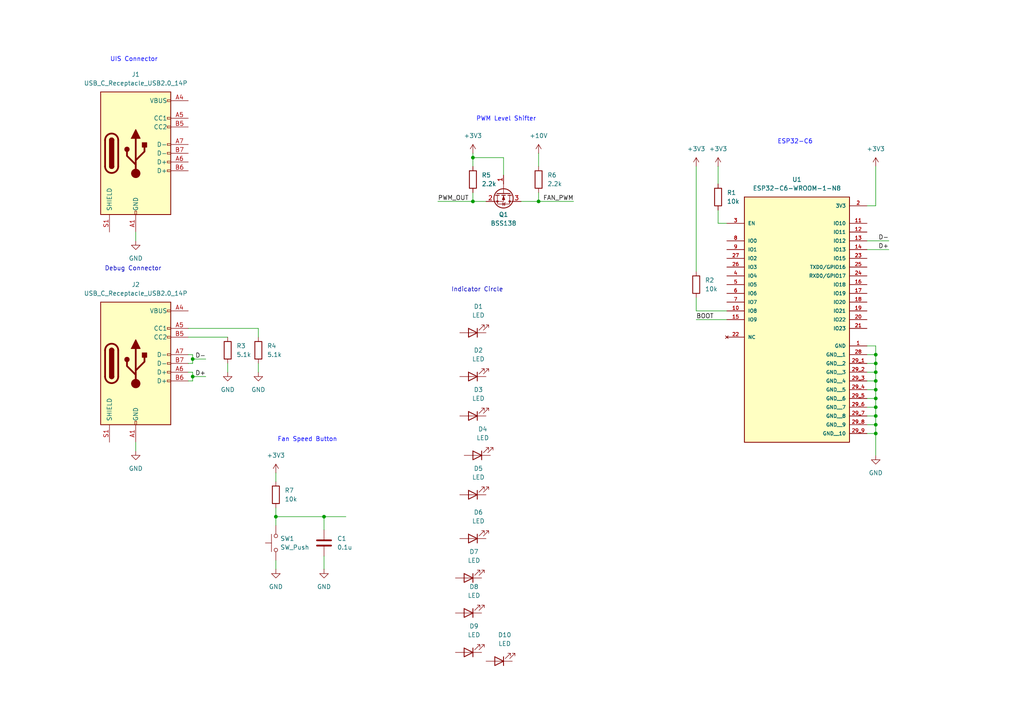
<source format=kicad_sch>
(kicad_sch (version 20231120) (generator "eeschema") (generator_version "8.0")
  (paper "A4")
  (lib_symbols
    (symbol "Connector:USB_C_Receptacle_USB2.0_14P" (pin_names (offset 1.016))
      (property "Reference" "J" (at 0 22.225 0))
      (property "Value" "USB_C_Receptacle_USB2.0_14P" (at 0 19.685 0))
      (symbol "USB_C_Receptacle_USB2.0_14P_0_0"
        (rectangle (start -0.254 -17.78) (end 0.254 -16.764))
        (rectangle (start 10.16 -4.826) (end 9.144 -5.334))
        (rectangle (start 10.16 -2.286) (end 9.144 -2.794))
        (rectangle (start 10.16 0.254) (end 9.144 -0.254))
        (rectangle (start 10.16 2.794) (end 9.144 2.286))
        (rectangle (start 10.16 7.874) (end 9.144 7.366))
        (rectangle (start 10.16 10.414) (end 9.144 9.906))
        (rectangle (start 10.16 15.494) (end 9.144 14.986))
      )
      (symbol "USB_C_Receptacle_USB2.0_14P_0_1"
        (rectangle (start -10.16 17.78) (end 10.16 -17.78) (stroke (width 0.254)) (fill (type background)))
        (arc (start -8.89 -3.81) (mid -6.985 -5.7067) (end -5.08 -3.81) (stroke (width 0.508)))
        (arc (start -7.62 -3.81) (mid -6.985 -4.4423) (end -6.35 -3.81) (stroke (width 0.254)))
        (arc (start -7.62 -3.81) (mid -6.985 -4.4423) (end -6.35 -3.81) (stroke (width 0.254)) (fill (type outline)))
        (rectangle (start -7.62 -3.81) (end -6.35 3.81) (stroke (width 0.254)) (fill (type outline)))
        (arc (start -6.35 3.81) (mid -6.985 4.4423) (end -7.62 3.81) (stroke (width 0.254)))
        (arc (start -6.35 3.81) (mid -6.985 4.4423) (end -7.62 3.81) (stroke (width 0.254)) (fill (type outline)))
        (arc (start -5.08 3.81) (mid -6.985 5.7067) (end -8.89 3.81) (stroke (width 0.508)))
        (circle (center -2.54 1.143) (radius 0.635) (stroke (width 0.254)) (fill (type outline)))
        (circle (center 0 -5.842) (radius 1.27) (fill (type outline)))
        (polyline (pts (xy -8.89 -3.81) (xy -8.89 3.81)) (stroke (width 0.508)))
        (polyline (pts (xy -5.08 3.81) (xy -5.08 -3.81)) (stroke (width 0.508)))
        (polyline (pts (xy 0 -5.842) (xy 0 4.318)) (stroke (width 0.508)))
        (polyline (pts (xy 0 -3.302) (xy -2.54 -0.762) (xy -2.54 0.508)) (stroke (width 0.508)))
        (polyline (pts (xy 0 -2.032) (xy 2.54 0.508) (xy 2.54 1.778)) (stroke (width 0.508)))
        (polyline (pts (xy -1.27 4.318) (xy 0 6.858) (xy 1.27 4.318) (xy -1.27 4.318)) (stroke (width 0.254)) (fill (type outline)))
        (rectangle (start 1.905 1.778) (end 3.175 3.048) (stroke (width 0.254)) (fill (type outline)))
      )
      (symbol "USB_C_Receptacle_USB2.0_14P_1_1"
        (pin passive line (at 0 -22.86 90) (length 5.08) (name "GND") (number "A1"))
        (pin passive line (at 0 -22.86 90) (length 5.08) hide (name "GND") (number "A12"))
        (pin passive line (at 15.24 15.24 180) (length 5.08) (name "VBUS") (number "A4"))
        (pin bidirectional line (at 15.24 10.16 180) (length 5.08) (name "CC1") (number "A5"))
        (pin bidirectional line (at 15.24 -2.54 180) (length 5.08) (name "D+") (number "A6"))
        (pin bidirectional line (at 15.24 2.54 180) (length 5.08) (name "D-") (number "A7"))
        (pin passive line (at 15.24 15.24 180) (length 5.08) hide (name "VBUS") (number "A9"))
        (pin passive line (at 0 -22.86 90) (length 5.08) hide (name "GND") (number "B1"))
        (pin passive line (at 0 -22.86 90) (length 5.08) hide (name "GND") (number "B12"))
        (pin passive line (at 15.24 15.24 180) (length 5.08) hide (name "VBUS") (number "B4"))
        (pin bidirectional line (at 15.24 7.62 180) (length 5.08) (name "CC2") (number "B5"))
        (pin bidirectional line (at 15.24 -5.08 180) (length 5.08) (name "D+") (number "B6"))
        (pin bidirectional line (at 15.24 0 180) (length 5.08) (name "D-") (number "B7"))
        (pin passive line (at 15.24 15.24 180) (length 5.08) hide (name "VBUS") (number "B9"))
        (pin passive line (at -7.62 -22.86 90) (length 5.08) (name "SHIELD") (number "S1"))
      )
    )
    (symbol "Device:C" (pin_numbers hide) (pin_names (offset 0.254))
      (property "Reference" "C" (at 0.635 2.54 0))
      (property "Value" "C" (at 0.635 -2.54 0))
      (symbol "C_0_1"
        (polyline (pts (xy -2.032 -0.762) (xy 2.032 -0.762)) (stroke (width 0.508)))
        (polyline (pts (xy -2.032 0.762) (xy 2.032 0.762)) (stroke (width 0.508)))
      )
      (symbol "C_1_1"
        (pin passive line (at 0 3.81 270) (length 2.794) (name "~") (number "1"))
        (pin passive line (at 0 -3.81 90) (length 2.794) (name "~") (number "2"))
      )
    )
    (symbol "Device:LED" (pin_numbers hide) (pin_names (offset 1.016) hide)
      (property "Reference" "D" (at 0 2.54 0))
      (property "Value" "LED" (at 0 -2.54 0))
      (symbol "LED_0_1"
        (polyline (pts (xy -1.27 -1.27) (xy -1.27 1.27)) (stroke (width 0.254)))
        (polyline (pts (xy -1.27 0) (xy 1.27 0)))
        (polyline (pts (xy 1.27 -1.27) (xy 1.27 1.27) (xy -1.27 0) (xy 1.27 -1.27)) (stroke (width 0.254)))
        (polyline (pts (xy -3.048 -0.762) (xy -4.572 -2.286) (xy -3.81 -2.286) (xy -4.572 -2.286) (xy -4.572 -1.524)))
        (polyline (pts (xy -1.778 -0.762) (xy -3.302 -2.286) (xy -2.54 -2.286) (xy -3.302 -2.286) (xy -3.302 -1.524)))
      )
      (symbol "LED_1_1"
        (pin passive line (at -3.81 0 0) (length 2.54) (name "K") (number "1"))
        (pin passive line (at 3.81 0 180) (length 2.54) (name "A") (number "2"))
      )
    )
    (symbol "Device:R" (pin_numbers hide) (pin_names (offset 0))
      (property "Reference" "R" (at 2.032 0 90))
      (property "Value" "R" (at 0 0 90))
      (symbol "R_0_1"
        (rectangle (start -1.016 -2.54) (end 1.016 2.54) (stroke (width 0.254)))
      )
      (symbol "R_1_1"
        (pin passive line (at 0 3.81 270) (length 1.27) (name "~") (number "1"))
        (pin passive line (at 0 -3.81 90) (length 1.27) (name "~") (number "2"))
      )
    )
    (symbol "SnapEDA-Library:ESP32-C6-WROOM-1-N8" (pin_names (offset 1.016))
      (property "Reference" "U" (at -15.24 23.622 0))
      (property "Value" "ESP32-C6-WROOM-1-N8" (at -15.24 -50.8 0))
      (symbol "ESP32-C6-WROOM-1-N8_0_0"
        (rectangle (start -15.24 -48.26) (end 15.24 22.86) (stroke (width 0.254)) (fill (type background)))
        (pin power_in line (at 20.32 -20.32 180) (length 5.08) (name "GND") (number "1"))
        (pin bidirectional line (at -20.32 -10.16 0) (length 5.08) (name "IO8") (number "10"))
        (pin bidirectional line (at 20.32 15.24 180) (length 5.08) (name "IO10") (number "11"))
        (pin bidirectional line (at 20.32 12.7 180) (length 5.08) (name "IO11") (number "12"))
        (pin bidirectional line (at 20.32 10.16 180) (length 5.08) (name "IO12") (number "13"))
        (pin bidirectional line (at 20.32 7.62 180) (length 5.08) (name "IO13") (number "14"))
        (pin bidirectional line (at -20.32 -12.7 0) (length 5.08) (name "IO9") (number "15"))
        (pin bidirectional line (at 20.32 -2.54 180) (length 5.08) (name "IO18") (number "16"))
        (pin bidirectional line (at 20.32 -5.08 180) (length 5.08) (name "IO19") (number "17"))
        (pin bidirectional line (at 20.32 -7.62 180) (length 5.08) (name "IO20") (number "18"))
        (pin bidirectional line (at 20.32 -10.16 180) (length 5.08) (name "IO21") (number "19"))
        (pin power_in line (at 20.32 20.32 180) (length 5.08) (name "3V3") (number "2"))
        (pin bidirectional line (at 20.32 -12.7 180) (length 5.08) (name "IO22") (number "20"))
        (pin bidirectional line (at 20.32 -15.24 180) (length 5.08) (name "IO23") (number "21"))
        (pin no_connect line (at -20.32 -17.78 0) (length 5.08) (name "NC") (number "22"))
        (pin bidirectional line (at 20.32 5.08 180) (length 5.08) (name "IO15") (number "23"))
        (pin bidirectional line (at 20.32 0 180) (length 5.08) (name "RXD0/GPIO17") (number "24"))
        (pin bidirectional line (at 20.32 2.54 180) (length 5.08) (name "TXD0/GPIO16") (number "25"))
        (pin bidirectional line (at -20.32 2.54 0) (length 5.08) (name "IO3") (number "26"))
        (pin bidirectional line (at -20.32 5.08 0) (length 5.08) (name "IO2") (number "27"))
        (pin power_in line (at 20.32 -22.86 180) (length 5.08) (name "GND__1") (number "28"))
        (pin power_in line (at 20.32 -25.4 180) (length 5.08) (name "GND__2") (number "29_1"))
        (pin power_in line (at 20.32 -27.94 180) (length 5.08) (name "GND__3") (number "29_2"))
        (pin power_in line (at 20.32 -30.48 180) (length 5.08) (name "GND__4") (number "29_3"))
        (pin power_in line (at 20.32 -33.02 180) (length 5.08) (name "GND__5") (number "29_4"))
        (pin power_in line (at 20.32 -35.56 180) (length 5.08) (name "GND__6") (number "29_5"))
        (pin power_in line (at 20.32 -38.1 180) (length 5.08) (name "GND__7") (number "29_6"))
        (pin power_in line (at 20.32 -40.64 180) (length 5.08) (name "GND__8") (number "29_7"))
        (pin power_in line (at 20.32 -43.18 180) (length 5.08) (name "GND__9") (number "29_8"))
        (pin power_in line (at 20.32 -45.72 180) (length 5.08) (name "GND__10") (number "29_9"))
        (pin input line (at -20.32 15.24 0) (length 5.08) (name "EN") (number "3"))
        (pin bidirectional line (at -20.32 0 0) (length 5.08) (name "IO4") (number "4"))
        (pin bidirectional line (at -20.32 -2.54 0) (length 5.08) (name "IO5") (number "5"))
        (pin bidirectional line (at -20.32 -5.08 0) (length 5.08) (name "IO6") (number "6"))
        (pin bidirectional line (at -20.32 -7.62 0) (length 5.08) (name "IO7") (number "7"))
        (pin bidirectional line (at -20.32 10.16 0) (length 5.08) (name "IO0") (number "8"))
        (pin bidirectional line (at -20.32 7.62 0) (length 5.08) (name "IO1") (number "9"))
      )
    )
    (symbol "Switch:SW_Push" (pin_numbers hide) (pin_names (offset 1.016) hide)
      (property "Reference" "SW" (at 1.27 2.54 0))
      (property "Value" "SW_Push" (at 0 -1.524 0))
      (symbol "SW_Push_0_1"
        (circle (center -2.032 0) (radius 0.508))
        (polyline (pts (xy 0 1.27) (xy 0 3.048)))
        (polyline (pts (xy 2.54 1.27) (xy -2.54 1.27)))
        (circle (center 2.032 0) (radius 0.508))
        (pin passive line (at -5.08 0 0) (length 2.54) (name "1") (number "1"))
        (pin passive line (at 5.08 0 180) (length 2.54) (name "2") (number "2"))
      )
    )
    (symbol "Transistor_FET:BSS138" (pin_names hide)
      (property "Reference" "Q" (at 5.08 1.905 0))
      (property "Value" "BSS138" (at 5.08 0 0))
      (symbol "BSS138_0_1"
        (polyline (pts (xy 0.254 0) (xy -2.54 0)))
        (polyline (pts (xy 0.254 1.905) (xy 0.254 -1.905)) (stroke (width 0.254)))
        (polyline (pts (xy 0.762 -1.27) (xy 0.762 -2.286)) (stroke (width 0.254)))
        (polyline (pts (xy 0.762 0.508) (xy 0.762 -0.508)) (stroke (width 0.254)))
        (polyline (pts (xy 0.762 2.286) (xy 0.762 1.27)) (stroke (width 0.254)))
        (polyline (pts (xy 2.54 2.54) (xy 2.54 1.778)))
        (polyline (pts (xy 2.54 -2.54) (xy 2.54 0) (xy 0.762 0)))
        (polyline (pts (xy 0.762 -1.778) (xy 3.302 -1.778) (xy 3.302 1.778) (xy 0.762 1.778)))
        (polyline (pts (xy 1.016 0) (xy 2.032 0.381) (xy 2.032 -0.381) (xy 1.016 0)) (fill (type outline)))
        (polyline (pts (xy 2.794 0.508) (xy 2.921 0.381) (xy 3.683 0.381) (xy 3.81 0.254)))
        (polyline (pts (xy 3.302 0.381) (xy 2.921 -0.254) (xy 3.683 -0.254) (xy 3.302 0.381)))
        (circle (center 1.651 0) (radius 2.794) (stroke (width 0.254)))
        (circle (center 2.54 -1.778) (radius 0.254) (fill (type outline)))
        (circle (center 2.54 1.778) (radius 0.254) (fill (type outline)))
      )
      (symbol "BSS138_1_1"
        (pin input line (at -5.08 0 0) (length 2.54) (name "G") (number "1"))
        (pin passive line (at 2.54 -5.08 90) (length 2.54) (name "S") (number "2"))
        (pin passive line (at 2.54 5.08 270) (length 2.54) (name "D") (number "3"))
      )
    )
    (symbol "power:+10V" (power) (pin_numbers hide) (pin_names (offset 0) hide)
      (property "Value" "+10V" (at 0 3.556 0))
      (symbol "+10V_0_1"
        (polyline (pts (xy -0.762 1.27) (xy 0 2.54)))
        (polyline (pts (xy 0 0) (xy 0 2.54)))
        (polyline (pts (xy 0 2.54) (xy 0.762 1.27)))
      )
      (symbol "+10V_1_1"
        (pin power_in line (at 0 0 90) (length 0) (name "~") (number "1"))
      )
    )
    (symbol "power:+3V3" (power) (pin_numbers hide) (pin_names (offset 0) hide)
      (property "Value" "+3V3" (at 0 3.556 0))
      (symbol "+3V3_0_1"
        (polyline (pts (xy -0.762 1.27) (xy 0 2.54)))
        (polyline (pts (xy 0 0) (xy 0 2.54)))
        (polyline (pts (xy 0 2.54) (xy 0.762 1.27)))
      )
      (symbol "+3V3_1_1"
        (pin power_in line (at 0 0 90) (length 0) (name "~") (number "1"))
      )
    )
    (symbol "power:GND" (power) (pin_numbers hide) (pin_names (offset 0) hide)
      (property "Value" "GND" (at 0 -3.81 0))
      (symbol "GND_0_1"
        (polyline (pts (xy 0 0) (xy 0 -1.27) (xy 1.27 -1.27) (xy 0 -2.54) (xy -1.27 -1.27) (xy 0 -1.27)))
      )
      (symbol "GND_1_1"
        (pin power_in line (at 0 0 270) (length 0) (name "~") (number "1"))
      )
    )
  )
  (junction (at 80.01 149.86))
  (junction (at 254 123.19))
  (junction (at 137.16 45.72))
  (junction (at 137.16 58.42))
  (junction (at 254 115.57))
  (junction (at 55.88 109.22))
  (junction (at 254 118.11))
  (junction (at 254 125.73))
  (junction (at 254 105.41))
  (junction (at 254 102.87))
  (junction (at 254 113.03))
  (junction (at 55.88 104.14))
  (junction (at 254 120.65))
  (junction (at 156.21 58.42))
  (junction (at 254 110.49))
  (junction (at 93.98 149.86))
  (junction (at 254 107.95))
  (wire (pts (xy 54.61 107.95) (xy 55.88 107.95)))
  (wire (pts (xy 80.01 147.32) (xy 80.01 149.86)))
  (wire (pts (xy 208.28 64.77) (xy 210.82 64.77)))
  (wire (pts (xy 208.28 60.96) (xy 208.28 64.77)))
  (wire (pts (xy 39.37 67.31) (xy 39.37 69.85)))
  (wire (pts (xy 54.61 110.49) (xy 55.88 110.49)))
  (wire (pts (xy 55.88 104.14) (xy 59.69 104.14)))
  (wire (pts (xy 55.88 102.87) (xy 55.88 104.14)))
  (wire (pts (xy 137.16 45.72) (xy 137.16 48.26)))
  (wire (pts (xy 254 100.33) (xy 254 102.87)))
  (wire (pts (xy 254 48.26) (xy 254 59.69)))
  (wire (pts (xy 55.88 109.22) (xy 59.69 109.22)))
  (wire (pts (xy 93.98 149.86) (xy 100.33 149.86)))
  (wire (pts (xy 251.46 102.87) (xy 254 102.87)))
  (wire (pts (xy 254 115.57) (xy 254 118.11)))
  (wire (pts (xy 254 118.11) (xy 254 120.65)))
  (wire (pts (xy 251.46 105.41) (xy 254 105.41)))
  (wire (pts (xy 54.61 95.25) (xy 74.93 95.25)))
  (wire (pts (xy 137.16 58.42) (xy 140.97 58.42)))
  (wire (pts (xy 137.16 45.72) (xy 146.05 45.72)))
  (wire (pts (xy 251.46 123.19) (xy 254 123.19)))
  (wire (pts (xy 80.01 162.56) (xy 80.01 165.1)))
  (wire (pts (xy 74.93 105.41) (xy 74.93 107.95)))
  (wire (pts (xy 39.37 128.27) (xy 39.37 130.81)))
  (wire (pts (xy 254 125.73) (xy 254 132.08)))
  (wire (pts (xy 254 123.19) (xy 254 125.73)))
  (wire (pts (xy 80.01 149.86) (xy 93.98 149.86)))
  (wire (pts (xy 251.46 110.49) (xy 254 110.49)))
  (wire (pts (xy 137.16 44.45) (xy 137.16 45.72)))
  (wire (pts (xy 151.13 58.42) (xy 156.21 58.42)))
  (wire (pts (xy 54.61 105.41) (xy 55.88 105.41)))
  (wire (pts (xy 201.93 86.36) (xy 201.93 90.17)))
  (wire (pts (xy 66.04 105.41) (xy 66.04 107.95)))
  (wire (pts (xy 80.01 137.16) (xy 80.01 139.7)))
  (wire (pts (xy 254 110.49) (xy 254 113.03)))
  (wire (pts (xy 251.46 100.33) (xy 254 100.33)))
  (wire (pts (xy 201.93 48.26) (xy 201.93 78.74)))
  (wire (pts (xy 156.21 58.42) (xy 166.37 58.42)))
  (wire (pts (xy 251.46 125.73) (xy 254 125.73)))
  (wire (pts (xy 251.46 115.57) (xy 254 115.57)))
  (wire (pts (xy 254 102.87) (xy 254 105.41)))
  (wire (pts (xy 254 105.41) (xy 254 107.95)))
  (wire (pts (xy 156.21 44.45) (xy 156.21 48.26)))
  (wire (pts (xy 137.16 55.88) (xy 137.16 58.42)))
  (wire (pts (xy 55.88 104.14) (xy 55.88 105.41)))
  (wire (pts (xy 254 120.65) (xy 254 123.19)))
  (wire (pts (xy 93.98 161.29) (xy 93.98 165.1)))
  (wire (pts (xy 254 113.03) (xy 254 115.57)))
  (wire (pts (xy 54.61 97.79) (xy 66.04 97.79)))
  (wire (pts (xy 93.98 149.86) (xy 93.98 153.67)))
  (wire (pts (xy 201.93 90.17) (xy 210.82 90.17)))
  (wire (pts (xy 127 58.42) (xy 137.16 58.42)))
  (wire (pts (xy 208.28 48.26) (xy 208.28 53.34)))
  (wire (pts (xy 251.46 107.95) (xy 254 107.95)))
  (wire (pts (xy 201.93 92.71) (xy 210.82 92.71)))
  (wire (pts (xy 55.88 109.22) (xy 55.88 110.49)))
  (wire (pts (xy 251.46 69.85) (xy 257.81 69.85)))
  (wire (pts (xy 251.46 118.11) (xy 254 118.11)))
  (wire (pts (xy 251.46 113.03) (xy 254 113.03)))
  (wire (pts (xy 54.61 102.87) (xy 55.88 102.87)))
  (wire (pts (xy 254 107.95) (xy 254 110.49)))
  (wire (pts (xy 55.88 107.95) (xy 55.88 109.22)))
  (wire (pts (xy 80.01 149.86) (xy 80.01 152.4)))
  (wire (pts (xy 251.46 59.69) (xy 254 59.69)))
  (wire (pts (xy 251.46 72.39) (xy 257.81 72.39)))
  (wire (pts (xy 251.46 120.65) (xy 254 120.65)))
  (wire (pts (xy 156.21 55.88) (xy 156.21 58.42)))
  (wire (pts (xy 146.05 45.72) (xy 146.05 50.8)))
  (wire (pts (xy 74.93 95.25) (xy 74.93 97.79)))
  (text "ESP32-C6" (at 230.632 41.148 0) (effects (font (size 1.27 1.27))))
  (text "Indicator Circle" (at 138.43 84.074 0) (effects (font (size 1.27 1.27))))
  (text "PWM Level Shifter" (at 146.812 34.544 0) (effects (font (size 1.27 1.27))))
  (text "Fan Speed Button" (at 89.154 127.508 0) (effects (font (size 1.27 1.27))))
  (text "Debug Connector" (at 38.608 77.978 0) (effects (font (size 1.27 1.27))))
  (text "UIS Connector" (at 38.862 17.272 0) (effects (font (size 1.27 1.27))))
  (label "D-" (at 59.69 104.14 180))
  (label "D+" (at 59.69 109.22 180))
  (label "D+" (at 257.81 72.39 180))
  (label "FAN_PWM" (at 166.37 58.42 180))
  (label "PWM_OUT" (at 127 58.42 0))
  (label "BOOT" (at 201.93 92.71 0))
  (label "D-" (at 257.81 69.85 180))
  (symbol (lib_id "Device:LED") (at 137.16 96.52 180) (unit 1)
    (property "Reference" "D1" (at 138.7475 88.9 0))
    (property "Value" "LED" (at 138.7475 91.44 0))
    (property "Description" "Light emitting diode" (effects (hide yes)))
  )
  (symbol (lib_id "Device:LED") (at 144.78 191.77 180) (unit 1)
    (property "Reference" "D10" (at 146.3675 184.15 0))
    (property "Value" "LED" (at 146.3675 186.69 0))
    (property "Description" "Light emitting diode" (effects (hide yes)))
  )
  (symbol (lib_id "Device:R") (at 201.93 82.55 0) (unit 1)
    (property "Reference" "R2" (at 204.47 81.2799 0) (effects (justify left)))
    (property "Value" "10k" (at 204.47 83.8199 0) (effects (justify left)))
    (property "Description" "Resistor" (effects (hide yes)))
  )
  (symbol (lib_id "Device:R") (at 66.04 101.6 0) (unit 1)
    (property "Reference" "R3" (at 68.58 100.3299 0) (effects (justify left)))
    (property "Value" "5.1k" (at 68.58 102.8699 0) (effects (justify left)))
    (property "Description" "Resistor" (effects (hide yes)))
  )
  (symbol (lib_id "Device:LED") (at 137.16 120.65 180) (unit 1)
    (property "Reference" "D3" (at 138.7475 113.03 0))
    (property "Value" "LED" (at 138.7475 115.57 0))
    (property "Description" "Light emitting diode" (effects (hide yes)))
  )
  (symbol (lib_id "Device:LED") (at 135.89 167.64 180) (unit 1)
    (property "Reference" "D7" (at 137.4775 160.02 0))
    (property "Value" "LED" (at 137.4775 162.56 0))
    (property "Description" "Light emitting diode" (effects (hide yes)))
  )
  (symbol (lib_id "Device:LED") (at 135.89 177.8 180) (unit 1)
    (property "Reference" "D8" (at 137.4775 170.18 0))
    (property "Value" "LED" (at 137.4775 172.72 0))
    (property "Description" "Light emitting diode" (effects (hide yes)))
  )
  (symbol (lib_id "power:+10V") (at 156.21 44.45 0) (unit 1)
    (property "Reference" "#PWR010" (effects (hide yes)))
    (property "Value" "+10V" (at 156.21 39.37 0))
    (property "Description" "Power symbol creates a global label with name \"+10V\"" (effects (hide yes)))
  )
  (symbol (lib_id "SnapEDA-Library:ESP32-C6-WROOM-1-N8") (at 231.14 80.01 0) (unit 1)
    (property "Reference" "U1" (at 231.14 52.07 0))
    (property "Value" "ESP32-C6-WROOM-1-N8" (at 231.14 54.61 0))
    (property "Footprint" "ESP32-C6-WROOM-1-N8:XCVR_ESP32-C6-WROOM-1-N8" (effects (hide yes)))
    (property "PARTREV" "1.0" (effects (hide yes)))
    (property "STANDARD" "Manufacturer Recommendations" (effects (hide yes)))
    (property "MAXIMUM_PACKAGE_HEIGHT" "3.25mm" (effects (hide yes)))
    (property "MANUFACTURER" "Espressif Systems" (effects (hide yes)))
  )
  (symbol (lib_id "Device:R") (at 74.93 101.6 0) (unit 1)
    (property "Reference" "R4" (at 77.47 100.3299 0) (effects (justify left)))
    (property "Value" "5.1k" (at 77.47 102.8699 0) (effects (justify left)))
    (property "Description" "Resistor" (effects (hide yes)))
  )
  (symbol (lib_id "power:+3V3") (at 80.01 137.16 0) (unit 1)
    (property "Reference" "#PWR011" (effects (hide yes)))
    (property "Value" "+3V3" (at 80.01 132.08 0))
    (property "Description" "Power symbol creates a global label with name \"+3V3\"" (effects (hide yes)))
  )
  (symbol (lib_id "Device:LED") (at 137.16 143.51 180) (unit 1)
    (property "Reference" "D5" (at 138.7475 135.89 0))
    (property "Value" "LED" (at 138.7475 138.43 0))
    (property "Description" "Light emitting diode" (effects (hide yes)))
  )
  (symbol (lib_id "Device:LED") (at 138.43 132.08 180) (unit 1)
    (property "Reference" "D4" (at 140.0175 124.46 0))
    (property "Value" "LED" (at 140.0175 127 0))
    (property "Description" "Light emitting diode" (effects (hide yes)))
  )
  (symbol (lib_id "power:GND") (at 74.93 107.95 0) (unit 1)
    (property "Reference" "#PWR08" (effects (hide yes)))
    (property "Value" "GND" (at 74.93 113.03 0))
    (property "Description" "Power symbol creates a global label with name \"GND\" , ground" (effects (hide yes)))
  )
  (symbol (lib_id "Device:R") (at 156.21 52.07 0) (unit 1)
    (property "Reference" "R6" (at 158.75 50.7999 0) (effects (justify left)))
    (property "Value" "2.2k" (at 158.75 53.3399 0) (effects (justify left)))
    (property "Description" "Resistor" (effects (hide yes)))
  )
  (symbol (lib_id "power:+3V3") (at 208.28 48.26 0) (unit 1)
    (property "Reference" "#PWR01" (effects (hide yes)))
    (property "Value" "+3V3" (at 208.28 43.18 0))
    (property "Description" "Power symbol creates a global label with name \"+3V3\"" (effects (hide yes)))
  )
  (symbol (lib_id "Device:R") (at 208.28 57.15 0) (unit 1)
    (property "Reference" "R1" (at 210.82 55.8799 0) (effects (justify left)))
    (property "Value" "10k" (at 210.82 58.4199 0) (effects (justify left)))
    (property "Description" "Resistor" (effects (hide yes)))
  )
  (symbol (lib_id "power:GND") (at 66.04 107.95 0) (unit 1)
    (property "Reference" "#PWR07" (effects (hide yes)))
    (property "Value" "GND" (at 66.04 113.03 0))
    (property "Description" "Power symbol creates a global label with name \"GND\" , ground" (effects (hide yes)))
  )
  (symbol (lib_id "Connector:USB_C_Receptacle_USB2.0_14P") (at 39.37 44.45 0) (unit 1)
    (property "Reference" "J1" (at 39.37 21.59 0))
    (property "Value" "USB_C_Receptacle_USB2.0_14P" (at 39.37 24.13 0))
    (property "Datasheet" "https://www.usb.org/sites/default/files/documents/usb_type-c.zip" (effects (hide yes)))
    (property "Description" "USB 2.0-only 14P Type-C Receptacle connector" (effects (hide yes)))
  )
  (symbol (lib_id "power:GND") (at 93.98 165.1 0) (unit 1)
    (property "Reference" "#PWR013" (effects (hide yes)))
    (property "Value" "GND" (at 93.98 170.18 0))
    (property "Description" "Power symbol creates a global label with name \"GND\" , ground" (effects (hide yes)))
  )
  (symbol (lib_id "power:+3V3") (at 254 48.26 0) (unit 1)
    (property "Reference" "#PWR02" (effects (hide yes)))
    (property "Value" "+3V3" (at 254 43.18 0))
    (property "Description" "Power symbol creates a global label with name \"+3V3\"" (effects (hide yes)))
  )
  (symbol (lib_id "Device:LED") (at 135.89 189.23 180) (unit 1)
    (property "Reference" "D9" (at 137.4775 181.61 0))
    (property "Value" "LED" (at 137.4775 184.15 0))
    (property "Description" "Light emitting diode" (effects (hide yes)))
  )
  (symbol (lib_id "power:+3V3") (at 137.16 44.45 0) (unit 1)
    (property "Reference" "#PWR09" (effects (hide yes)))
    (property "Value" "+3V3" (at 137.16 39.37 0))
    (property "Description" "Power symbol creates a global label with name \"+3V3\"" (effects (hide yes)))
  )
  (symbol (lib_id "power:GND") (at 254 132.08 0) (unit 1)
    (property "Reference" "#PWR04" (effects (hide yes)))
    (property "Value" "GND" (at 254 137.16 0))
    (property "Description" "Power symbol creates a global label with name \"GND\" , ground" (effects (hide yes)))
  )
  (symbol (lib_id "Device:R") (at 137.16 52.07 0) (unit 1)
    (property "Reference" "R5" (at 139.7 50.7999 0) (effects (justify left)))
    (property "Value" "2.2k" (at 139.7 53.3399 0) (effects (justify left)))
    (property "Description" "Resistor" (effects (hide yes)))
  )
  (symbol (lib_id "Connector:USB_C_Receptacle_USB2.0_14P") (at 39.37 105.41 0) (unit 1)
    (property "Reference" "J2" (at 39.37 82.55 0))
    (property "Value" "USB_C_Receptacle_USB2.0_14P" (at 39.37 85.09 0))
    (property "Datasheet" "https://www.usb.org/sites/default/files/documents/usb_type-c.zip" (effects (hide yes)))
    (property "Description" "USB 2.0-only 14P Type-C Receptacle connector" (effects (hide yes)))
  )
  (symbol (lib_id "Device:LED") (at 137.16 156.21 180) (unit 1)
    (property "Reference" "D6" (at 138.7475 148.59 0))
    (property "Value" "LED" (at 138.7475 151.13 0))
    (property "Description" "Light emitting diode" (effects (hide yes)))
  )
  (symbol (lib_id "power:GND") (at 39.37 130.81 0) (unit 1)
    (property "Reference" "#PWR05" (effects (hide yes)))
    (property "Value" "GND" (at 39.37 135.89 0))
    (property "Description" "Power symbol creates a global label with name \"GND\" , ground" (effects (hide yes)))
  )
  (symbol (lib_id "Transistor_FET:BSS138") (at 146.05 55.88 270) (unit 1)
    (property "Reference" "Q1" (at 146.05 62.23 90))
    (property "Value" "BSS138" (at 146.05 64.77 90))
    (property "Footprint" "Package_TO_SOT_SMD:SOT-23" (effects (hide yes)))
    (property "Datasheet" "https://www.onsemi.com/pub/Collateral/BSS138-D.PDF" (effects (hide yes)))
    (property "Description" "50V Vds, 0.22A Id, N-Channel MOSFET, SOT-23" (effects (hide yes)))
  )
  (symbol (lib_id "Device:LED") (at 137.16 109.22 180) (unit 1)
    (property "Reference" "D2" (at 138.7475 101.6 0))
    (property "Value" "LED" (at 138.7475 104.14 0))
    (property "Description" "Light emitting diode" (effects (hide yes)))
  )
  (symbol (lib_id "power:+3V3") (at 201.93 48.26 0) (unit 1)
    (property "Reference" "#PWR03" (effects (hide yes)))
    (property "Value" "+3V3" (at 201.93 43.18 0))
    (property "Description" "Power symbol creates a global label with name \"+3V3\"" (effects (hide yes)))
  )
  (symbol (lib_id "Device:C") (at 93.98 157.48 0) (unit 1)
    (property "Reference" "C1" (at 97.79 156.2099 0) (effects (justify left)))
    (property "Value" "0.1u" (at 97.79 158.7499 0) (effects (justify left)))
    (property "Description" "Unpolarized capacitor" (effects (hide yes)))
  )
  (symbol (lib_id "power:GND") (at 80.01 165.1 0) (unit 1)
    (property "Reference" "#PWR012" (effects (hide yes)))
    (property "Value" "GND" (at 80.01 170.18 0))
    (property "Description" "Power symbol creates a global label with name \"GND\" , ground" (effects (hide yes)))
  )
  (symbol (lib_id "Switch:SW_Push") (at 80.01 157.48 90) (unit 1)
    (property "Reference" "SW1" (at 81.28 156.2099 90) (effects (justify right)))
    (property "Value" "SW_Push" (at 81.28 158.7499 90) (effects (justify right)))
    (property "Description" "Push button switch, generic, two pins" (effects (hide yes)))
  )
  (symbol (lib_id "Device:R") (at 80.01 143.51 0) (unit 1)
    (property "Reference" "R7" (at 82.55 142.2399 0) (effects (justify left)))
    (property "Value" "10k" (at 82.55 144.7799 0) (effects (justify left)))
    (property "Description" "Resistor" (effects (hide yes)))
  )
  (symbol (lib_id "power:GND") (at 39.37 69.85 0) (unit 1)
    (property "Reference" "#PWR06" (effects (hide yes)))
    (property "Value" "GND" (at 39.37 74.93 0))
    (property "Description" "Power symbol creates a global label with name \"GND\" , ground" (effects (hide yes)))
  )
)
</source>
